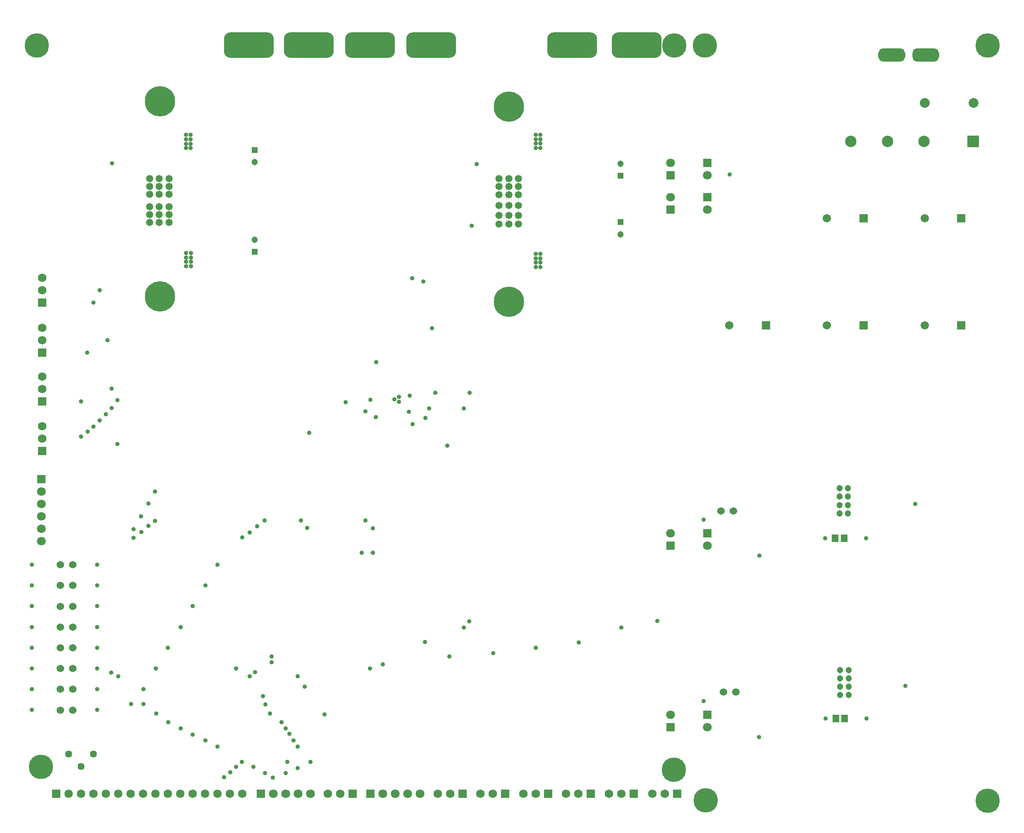
<source format=gbs>
G04*
G04 #@! TF.GenerationSoftware,Altium Limited,Altium Designer,23.2.1 (34)*
G04*
G04 Layer_Color=16711935*
%FSLAX45Y45*%
%MOMM*%
G71*
G04*
G04 #@! TF.SameCoordinates,6E3D6F93-4A61-4C57-BA4F-68D24251A383*
G04*
G04*
G04 #@! TF.FilePolarity,Negative*
G04*
G01*
G75*
%ADD35R,1.40320X1.60320*%
%ADD51C,1.45320*%
%ADD52C,1.52420*%
%ADD53C,1.70320*%
%ADD54R,1.70320X1.70320*%
%ADD55C,1.80320*%
%ADD56R,1.80320X1.80320*%
%ADD57C,1.30320*%
%ADD58R,1.30320X1.30320*%
G04:AMPARAMS|DCode=59|XSize=5.2032mm|YSize=10.2032mm|CornerRadius=1.3516mm|HoleSize=0mm|Usage=FLASHONLY|Rotation=90.000|XOffset=0mm|YOffset=0mm|HoleType=Round|Shape=RoundedRectangle|*
%AMROUNDEDRECTD59*
21,1,5.20320,7.50000,0,0,90.0*
21,1,2.50000,10.20320,0,0,90.0*
1,1,2.70320,3.75000,1.25000*
1,1,2.70320,3.75000,-1.25000*
1,1,2.70320,-3.75000,-1.25000*
1,1,2.70320,-3.75000,1.25000*
%
%ADD59ROUNDEDRECTD59*%
%ADD60C,6.20320*%
%ADD61C,2.00320*%
%ADD62R,1.80320X1.80320*%
%ADD63C,2.10320*%
%ADD64R,2.33320X2.33320*%
%ADD65C,2.33320*%
%ADD66C,1.75320*%
%ADD67R,1.75320X1.75320*%
%ADD68R,1.75320X1.75320*%
%ADD69C,1.72320*%
%ADD70R,1.72320X1.72320*%
%ADD71C,5.00320*%
%ADD72C,0.90320*%
%ADD73C,1.47320*%
G04:AMPARAMS|DCode=108|XSize=5.2032mm|YSize=2.7032mm|CornerRadius=0.7266mm|HoleSize=0mm|Usage=FLASHONLY|Rotation=0.000|XOffset=0mm|YOffset=0mm|HoleType=Round|Shape=RoundedRectangle|*
%AMROUNDEDRECTD108*
21,1,5.20320,1.25000,0,0,0.0*
21,1,3.75000,2.70320,0,0,0.0*
1,1,1.45320,1.87500,-0.62500*
1,1,1.45320,-1.87500,-0.62500*
1,1,1.45320,-1.87500,0.62500*
1,1,1.45320,1.87500,0.62500*
%
%ADD108ROUNDEDRECTD108*%
D35*
X16618900Y5644200D02*
D03*
X16798900D02*
D03*
X16808900Y1954300D02*
D03*
X16628900D02*
D03*
D51*
X921000Y1220733D02*
D03*
X1175000Y966733D02*
D03*
X1429000Y1220733D02*
D03*
D52*
X14532001Y6201000D02*
D03*
X14282001D02*
D03*
X14583000Y2490000D02*
D03*
X14333000D02*
D03*
X750000Y2124000D02*
D03*
X1000000D02*
D03*
X750000Y2974000D02*
D03*
X1000000D02*
D03*
X750000Y2548999D02*
D03*
X1000000D02*
D03*
X750000Y3399000D02*
D03*
X1000000D02*
D03*
X750000Y4249000D02*
D03*
X1000000D02*
D03*
X750000Y3823999D02*
D03*
X1000000D02*
D03*
X750000Y5098999D02*
D03*
X1000000D02*
D03*
X750000Y4674000D02*
D03*
X1000000D02*
D03*
D53*
X14450000Y10000000D02*
D03*
X16450000Y12200000D02*
D03*
Y10000000D02*
D03*
X18450000D02*
D03*
Y12200000D02*
D03*
D54*
X15200000Y10000000D02*
D03*
X17200000Y12200000D02*
D03*
Y10000000D02*
D03*
X19200000D02*
D03*
Y12200000D02*
D03*
D55*
X14000000Y12373000D02*
D03*
Y13073000D02*
D03*
Y1777300D02*
D03*
Y5487200D02*
D03*
X13250000Y12627000D02*
D03*
Y13327000D02*
D03*
Y5741200D02*
D03*
Y2031300D02*
D03*
X5362000Y412500D02*
D03*
X5108000D02*
D03*
X5616000D02*
D03*
X5870000D02*
D03*
X7607851D02*
D03*
X7353851D02*
D03*
X7861851D02*
D03*
X8115851D02*
D03*
X360000Y6093000D02*
D03*
Y6601000D02*
D03*
Y6347000D02*
D03*
Y5839000D02*
D03*
Y5585000D02*
D03*
D56*
X14000000Y12627000D02*
D03*
Y13327000D02*
D03*
Y2031300D02*
D03*
Y5741200D02*
D03*
X13250000Y12373000D02*
D03*
Y13073000D02*
D03*
Y5487200D02*
D03*
Y1777300D02*
D03*
X360000Y6855000D02*
D03*
D57*
X4726000Y13344000D02*
D03*
X12221999Y11866000D02*
D03*
Y13316000D02*
D03*
X4726000Y11755891D02*
D03*
X16878900Y6324200D02*
D03*
Y6154200D02*
D03*
X16708900Y6494200D02*
D03*
Y6664200D02*
D03*
X16878900Y6494200D02*
D03*
Y6664200D02*
D03*
X16708900Y6154200D02*
D03*
Y6324200D02*
D03*
X16718900Y2434300D02*
D03*
X16898900D02*
D03*
Y2604300D02*
D03*
Y2774300D02*
D03*
Y2944300D02*
D03*
X16718900D02*
D03*
Y2774300D02*
D03*
Y2604300D02*
D03*
D58*
X4726000Y13594000D02*
D03*
X12221999Y12116000D02*
D03*
Y13066000D02*
D03*
X4726000Y11505891D02*
D03*
D59*
X11230000Y15739999D02*
D03*
X12550000D02*
D03*
X8340000D02*
D03*
X7090000D02*
D03*
X5840000D02*
D03*
X4610000D02*
D03*
D60*
X9932000Y10486000D02*
D03*
Y14486000D02*
D03*
X2786000Y10594000D02*
D03*
Y14594000D02*
D03*
D61*
X19450000Y14560001D02*
D03*
X18450000D02*
D03*
D62*
X4854000Y412500D02*
D03*
X7099851D02*
D03*
D63*
X17600000Y15537500D02*
D03*
X18650000D02*
D03*
X18300000D02*
D03*
X17950000D02*
D03*
D64*
X19439999Y13774574D02*
D03*
D65*
X18439999D02*
D03*
X17689999D02*
D03*
X16939999D02*
D03*
D66*
X10227627Y412500D02*
D03*
X10481628D02*
D03*
X11103053D02*
D03*
X11357053D02*
D03*
X12871001D02*
D03*
X13125000D02*
D03*
X11983500D02*
D03*
X12237500D02*
D03*
X9352202D02*
D03*
X9606202D02*
D03*
X375000Y7935000D02*
D03*
Y7681000D02*
D03*
Y8954000D02*
D03*
Y8700000D02*
D03*
Y9953000D02*
D03*
Y9699000D02*
D03*
Y10978000D02*
D03*
Y10724000D02*
D03*
X6230926Y412500D02*
D03*
X6484926D02*
D03*
X8476777D02*
D03*
X8730777D02*
D03*
D67*
X10735627D02*
D03*
X11611053D02*
D03*
X13378999D02*
D03*
X12491500D02*
D03*
X9860202D02*
D03*
X6738926D02*
D03*
X8984777D02*
D03*
D68*
X375000Y7427000D02*
D03*
Y8446000D02*
D03*
Y9445000D02*
D03*
Y10470000D02*
D03*
D69*
X4477075Y412500D02*
D03*
X4223075D02*
D03*
X3969075D02*
D03*
X3715075D02*
D03*
X3207075D02*
D03*
X2699075D02*
D03*
X2445075D02*
D03*
X1937075D02*
D03*
X1683075D02*
D03*
X1429075D02*
D03*
X921075D02*
D03*
X1175075D02*
D03*
X2191075D02*
D03*
X2953075D02*
D03*
X3461075D02*
D03*
D70*
X667075D02*
D03*
D71*
X13312500Y900000D02*
D03*
X13962500Y275000D02*
D03*
X13325000Y15737500D02*
D03*
X262500D02*
D03*
X350000Y962500D02*
D03*
X19737500Y262500D02*
D03*
Y15737500D02*
D03*
X13950000D02*
D03*
D72*
X9124000Y3945000D02*
D03*
X12972000Y3947000D02*
D03*
X9127000Y8623000D02*
D03*
X9009000Y3816000D02*
D03*
X12240000D02*
D03*
X9014000Y8301000D02*
D03*
X7890000Y8235000D02*
D03*
X8221000Y8110000D02*
D03*
X7963000Y7978000D02*
D03*
X8673000Y7539000D02*
D03*
X8300000Y8300000D02*
D03*
X7095000Y8482000D02*
D03*
X6995000Y8238000D02*
D03*
X8179000Y10901000D02*
D03*
X7951000Y10970000D02*
D03*
X7217000Y9247000D02*
D03*
X7212000Y8122000D02*
D03*
X6590000Y8430000D02*
D03*
X8360000Y9940000D02*
D03*
X9170000Y12040000D02*
D03*
X8430000Y8620000D02*
D03*
X7900699Y8560000D02*
D03*
X7682807Y8540000D02*
D03*
X7592807Y8490000D02*
D03*
X7682807Y8440000D02*
D03*
X15060001Y1570000D02*
D03*
X13923000Y6020000D02*
D03*
X13922000Y2310000D02*
D03*
X15064900Y5284200D02*
D03*
X16408900Y5644200D02*
D03*
X17248900D02*
D03*
X18258900Y6344200D02*
D03*
X2705800Y2979400D02*
D03*
X10582000Y13906000D02*
D03*
X10482000Y13816000D02*
D03*
X10582000Y13725999D02*
D03*
X8220000Y3515000D02*
D03*
X18058900Y2624300D02*
D03*
X5275000Y1875000D02*
D03*
X2710000Y2050000D02*
D03*
X5040000D02*
D03*
X4950000Y2240000D02*
D03*
X2450000Y2250000D02*
D03*
X2200000D02*
D03*
X4900000Y2410000D02*
D03*
X9271999Y13306000D02*
D03*
X10582000Y11196000D02*
D03*
Y11286000D02*
D03*
Y11376000D02*
D03*
X10482000Y11196000D02*
D03*
Y11286000D02*
D03*
Y11376000D02*
D03*
X10582000Y11466000D02*
D03*
X10482000D02*
D03*
X3426000Y11214000D02*
D03*
Y11394000D02*
D03*
Y11304000D02*
D03*
X3326000Y11214000D02*
D03*
Y11304000D02*
D03*
Y11394000D02*
D03*
Y11484000D02*
D03*
X3426000D02*
D03*
X10582000Y13636000D02*
D03*
Y13816000D02*
D03*
X10482000Y13906000D02*
D03*
Y13725999D02*
D03*
Y13636000D02*
D03*
X3416000Y13814000D02*
D03*
X3326000Y13903999D02*
D03*
Y13724001D02*
D03*
X3416000Y13634000D02*
D03*
Y13724001D02*
D03*
X3326000Y13634000D02*
D03*
X3416000Y13903999D02*
D03*
X3326000Y13814000D02*
D03*
X16418900Y1954300D02*
D03*
X17258900D02*
D03*
X14453101Y13091400D02*
D03*
X11365000Y3510000D02*
D03*
X1300000Y9440000D02*
D03*
X1806000Y13325465D02*
D03*
X5675000Y6010000D02*
D03*
X5805000Y5855000D02*
D03*
X4930000Y6005000D02*
D03*
X4775000Y5890000D02*
D03*
X4625000Y5765000D02*
D03*
X4475000Y5660000D02*
D03*
X1915000Y7575000D02*
D03*
X1920000Y8470000D02*
D03*
X1800000Y8705000D02*
D03*
X1795000Y8310000D02*
D03*
X1680000Y8180000D02*
D03*
X1710000Y9700000D02*
D03*
X1555000Y8055000D02*
D03*
Y10725000D02*
D03*
X1425000Y7930000D02*
D03*
Y10465000D02*
D03*
X1305000Y7830000D02*
D03*
X1175000Y7725000D02*
D03*
Y8445000D02*
D03*
X6920000Y5350000D02*
D03*
X7150000D02*
D03*
Y5850000D02*
D03*
X7000000Y6010000D02*
D03*
X2250000Y5650000D02*
D03*
Y5830000D02*
D03*
X2410000Y5770000D02*
D03*
X2400000Y6090000D02*
D03*
X2550000Y5900000D02*
D03*
Y6350000D02*
D03*
X2690000Y6000000D02*
D03*
Y6600000D02*
D03*
X10487500Y3400000D02*
D03*
X9612500Y3287500D02*
D03*
X8712500Y3225000D02*
D03*
X7350000Y3062500D02*
D03*
X7087500Y2975000D02*
D03*
X5612500Y2812500D02*
D03*
X5750000Y2600000D02*
D03*
X4700000Y962500D02*
D03*
X4937500Y837500D02*
D03*
X5400000Y1062500D02*
D03*
X5875000D02*
D03*
X5075000Y3100000D02*
D03*
X4350000Y2975000D02*
D03*
X4462500Y1062500D02*
D03*
X4350000Y962500D02*
D03*
X4225000Y850000D02*
D03*
X4100000Y750000D02*
D03*
X5075000Y3225000D02*
D03*
X5612500Y937500D02*
D03*
X5362500Y837500D02*
D03*
X5100000Y737500D02*
D03*
X1787500Y2894600D02*
D03*
X1937500Y2812500D02*
D03*
X4737500Y2900000D02*
D03*
X4625000Y2812500D02*
D03*
X3725000Y4675000D02*
D03*
X3962500Y5100000D02*
D03*
X1500000D02*
D03*
Y4675000D02*
D03*
X3462500Y4250000D02*
D03*
X1500000D02*
D03*
Y3825000D02*
D03*
X3212500D02*
D03*
X2950000Y3400000D02*
D03*
X1500000D02*
D03*
Y2975000D02*
D03*
Y2125000D02*
D03*
Y2550000D02*
D03*
X2450000D02*
D03*
X2962500Y1875000D02*
D03*
X3212500Y1750000D02*
D03*
X5360850D02*
D03*
X5437500Y1637500D02*
D03*
X3462500Y1625000D02*
D03*
X5525000Y1500000D02*
D03*
X3725000D02*
D03*
X5612500Y1375000D02*
D03*
X3962500D02*
D03*
X6162500Y2037500D02*
D03*
X162500Y5100000D02*
D03*
Y2125000D02*
D03*
Y2550000D02*
D03*
Y2975000D02*
D03*
Y3400000D02*
D03*
Y3825000D02*
D03*
Y4250000D02*
D03*
Y4675000D02*
D03*
X5845000Y7802500D02*
D03*
D73*
X10132000Y12460000D02*
D03*
X9932000D02*
D03*
X9732000D02*
D03*
Y12680000D02*
D03*
Y12850000D02*
D03*
X2776000Y12272966D02*
D03*
X10132000Y12680000D02*
D03*
X9932000D02*
D03*
X10132000Y12256000D02*
D03*
X9932000D02*
D03*
X9732000D02*
D03*
Y12076000D02*
D03*
X9932000D02*
D03*
X10132000D02*
D03*
Y13006000D02*
D03*
X9932000D02*
D03*
X9732000D02*
D03*
X9932000Y12850000D02*
D03*
X10132000D02*
D03*
X2976000Y12272966D02*
D03*
X2776000Y12435466D02*
D03*
X2576000Y12435466D02*
D03*
Y12685466D02*
D03*
X2976000Y12435466D02*
D03*
X2576000Y12272966D02*
D03*
X2776000Y12685466D02*
D03*
X2976000Y12685466D02*
D03*
X2576000Y12110466D02*
D03*
X2776000D02*
D03*
X2976000D02*
D03*
X2576000Y13010466D02*
D03*
X2776000D02*
D03*
X2976000Y13010500D02*
D03*
X2576000Y12847966D02*
D03*
X2776000D02*
D03*
X2976000D02*
D03*
D108*
X18471800Y15539500D02*
D03*
X17771899Y15541499D02*
D03*
M02*

</source>
